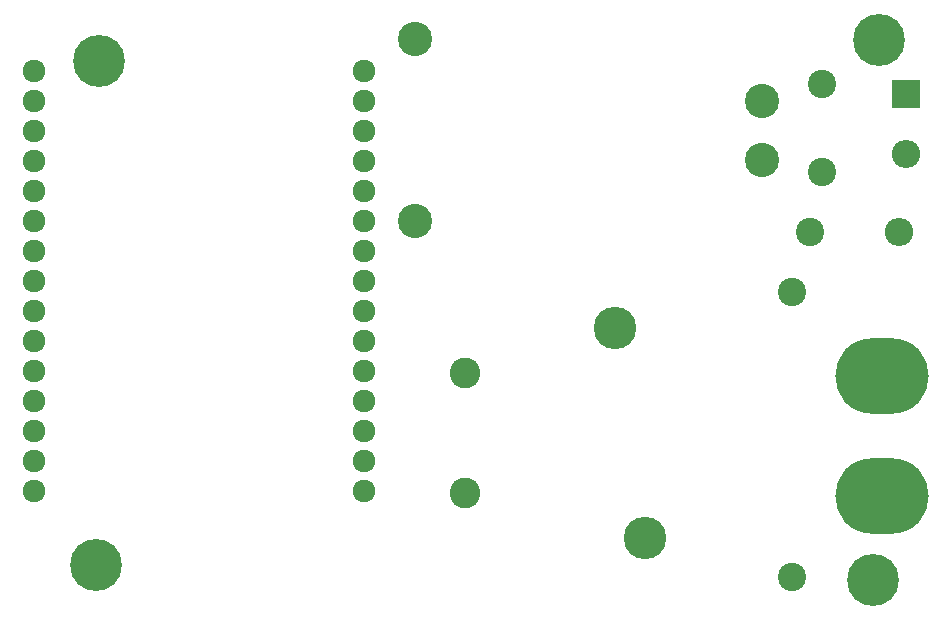
<source format=gbr>
G04 #@! TF.GenerationSoftware,KiCad,Pcbnew,5.0.0-fee4fd1~66~ubuntu16.04.1*
G04 #@! TF.CreationDate,2018-12-09T19:38:54+07:00*
G04 #@! TF.ProjectId,master_circuit,6D61737465725F636972637569742E6B,rev?*
G04 #@! TF.SameCoordinates,Original*
G04 #@! TF.FileFunction,Soldermask,Bot*
G04 #@! TF.FilePolarity,Negative*
%FSLAX46Y46*%
G04 Gerber Fmt 4.6, Leading zero omitted, Abs format (unit mm)*
G04 Created by KiCad (PCBNEW 5.0.0-fee4fd1~66~ubuntu16.04.1) date Sun Dec  9 19:38:54 2018*
%MOMM*%
%LPD*%
G01*
G04 APERTURE LIST*
%ADD10C,4.400000*%
%ADD11C,2.400000*%
%ADD12O,2.400000X2.400000*%
%ADD13R,2.400000X2.400000*%
%ADD14O,7.900000X6.400000*%
%ADD15C,2.600000*%
%ADD16C,3.600000*%
%ADD17C,1.924000*%
%ADD18C,2.900000*%
G04 APERTURE END LIST*
D10*
G04 #@! TO.C,REF\002A\002A*
X113538000Y-98298000D03*
G04 #@! TD*
G04 #@! TO.C,REF\002A\002A*
X113284000Y-140970000D03*
G04 #@! TD*
G04 #@! TO.C,REF\002A\002A*
X179070000Y-142240000D03*
G04 #@! TD*
G04 #@! TO.C,REF\002A\002A*
X179578000Y-96520000D03*
G04 #@! TD*
D11*
G04 #@! TO.C,F2*
X173736000Y-112776000D03*
D12*
X181236000Y-112776000D03*
G04 #@! TD*
D13*
G04 #@! TO.C,J3*
X181864000Y-101092000D03*
D12*
X181864000Y-106172000D03*
G04 #@! TD*
D11*
G04 #@! TO.C,F1*
X172212000Y-117856000D03*
X172212000Y-141986000D03*
G04 #@! TD*
D14*
G04 #@! TO.C,J1*
X179832000Y-124968000D03*
G04 #@! TD*
G04 #@! TO.C,J2*
X179832000Y-135128000D03*
G04 #@! TD*
D15*
G04 #@! TO.C,K1*
X144526000Y-134874000D03*
X144526000Y-124714000D03*
D16*
X159766000Y-138684000D03*
X157226000Y-120904000D03*
G04 #@! TD*
D17*
G04 #@! TO.C,U1*
X108025001Y-99135001D03*
X108025001Y-101675001D03*
X108025001Y-104215001D03*
X108025001Y-106755001D03*
X108025001Y-109295001D03*
X108025001Y-111835001D03*
X108025001Y-114375001D03*
X108025001Y-116915001D03*
X108025001Y-119455001D03*
X108025001Y-121995001D03*
X108025001Y-124535001D03*
X108025001Y-127075001D03*
X108025001Y-129615001D03*
X108025001Y-132155001D03*
X108025001Y-134695001D03*
X135965001Y-134695001D03*
X135965001Y-132155001D03*
X135965001Y-129615001D03*
X135965001Y-127075001D03*
X135965001Y-124535001D03*
X135965001Y-121995001D03*
X135965001Y-119455001D03*
X135965001Y-116915001D03*
X135965001Y-114375001D03*
X135965001Y-111835001D03*
X135965001Y-109295001D03*
X135965001Y-106755001D03*
X135965001Y-104215001D03*
X135965001Y-101675001D03*
X135965001Y-99135001D03*
G04 #@! TD*
D18*
G04 #@! TO.C,U2*
X169640000Y-106640000D03*
X169640000Y-101640000D03*
X140240000Y-111840000D03*
X140240000Y-96440000D03*
G04 #@! TD*
D11*
G04 #@! TO.C,RV1*
X174752000Y-107696000D03*
X174752000Y-100196000D03*
G04 #@! TD*
M02*

</source>
